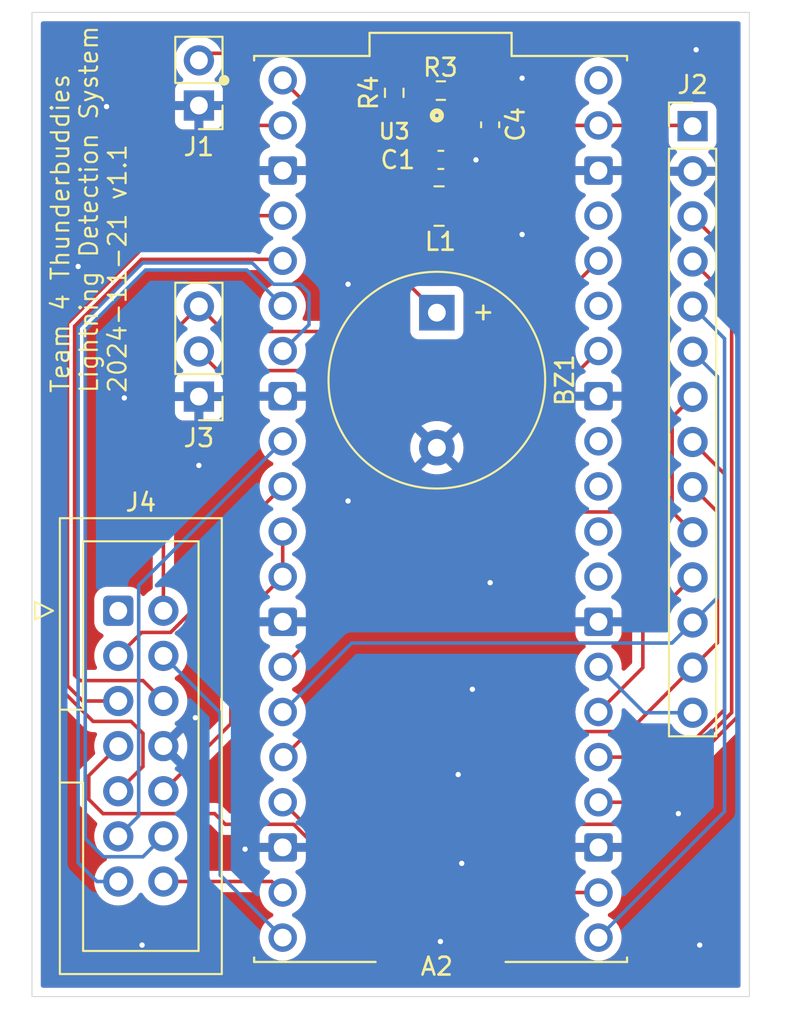
<source format=kicad_pcb>
(kicad_pcb (version 20240108) (generator "pcbnew") (generator_version "8.0")
  (layers (0 "F.Cu" signal) (31 "B.Cu" signal) (34 "B.Paste" user) (35 "F.Paste" user) (36 "B.SilkS" user "B.Silkscreen") (37 "F.SilkS" user "F.Silkscreen") (38 "B.Mask" user) (39 "F.Mask" user) (44 "Edge.Cuts" user))
  (net 0 "")
  (net 1 "/SLE")
  (net 2 "/SDATA")
  (net 3 "/ADF_ADCINP")
  (net 4 "/DATA_CLK")
  (net 5 "/ADC_IN")
  (net 6 "GND")
  (net 7 "/DATA I{slash}O")
  (net 8 "/INT{slash}LOCK")
  (net 9 "/CE_70XX")
  (net 10 "+5V")
  (net 11 "/SCLK")
  (net 12 "/MUXOUT")
  (net 13 "/CLKOUT")
  (net 14 "/SREAD")
  (net 15 "Net-(A2-GP0)")
  (net 16 "+BATT")
  (net 17 "Net-(U3-SW)")
  (net 18 "Net-(U3-FB)")
  (net 19 "+3V3")
  (net 21 "/TFT_SDI")
  (net 22 "/TFT_LED")
  (net 23 "/TFT_TOUCH_CS")
  (net 24 "/TFT_SCK")
  (net 26 "/TFT_SDO")
  (net 30 "/TFT_RST")
  (net 32 "/TFT_DC")
  (net 35 "/TFT_CS")
  (net 36 "/TFT_IRQ")
  (footprint "Connector_PinHeader_2.54mm:PinHeader_1x02_P2.54mm_Vertical" (layer "F.Cu") (at 122 51.14 180)
    (property "Reference" "J1" (at 0 -2.33 360) (layer "F.SilkS"))
    (property "Value" "PWR")
    (fp_line (start 1.33 1.27) (end 1.33 3.87) (stroke (width 0.12)) (layer "F.SilkS"))
    (fp_line (start -1.33 3.87) (end 1.33 3.87) (stroke (width 0.12)) (layer "F.SilkS"))
    (fp_line (start -1.33 1.27) (end 1.33 1.27) (stroke (width 0.12)) (layer "F.SilkS"))
    (fp_line (start -1.33 1.27) (end -1.33 3.87) (stroke (width 0.12)) (layer "F.SilkS"))
    (fp_line (start -1.33 0) (end -1.33 -1.33) (stroke (width 0.12)) (layer "F.SilkS"))
    (fp_line (start -1.33 -1.33) (end 0 -1.33) (stroke (width 0.12)) (layer "F.SilkS"))
    (pad "1" thru_hole rect (at 0 0 180) (size 1.7 1.7) (drill 1) (layers "*.Cu" "*.Mask") (net 6 "GND"))
    (pad "2" thru_hole oval (at 0 2.54 180) (size 1.7 1.7) (drill 1) (layers "*.Cu" "*.Mask") (net 16 "+BATT"))
  )
  (footprint "Connector_PinHeader_2.54mm:PinHeader_1x14_P2.54mm_Vertical" (layer "F.Cu") (at 149.8 52.3)
    (property "Reference" "J2" (at 0 -2.33 0) (layer "F.SilkS"))
    (property "Value" "TFT LCD Display")
    (fp_line (start -1.33 -1.33) (end 0 -1.33) (stroke (width 0.12)) (layer "F.SilkS"))
    (fp_line (start -1.33 0) (end -1.33 -1.33) (stroke (width 0.12)) (layer "F.SilkS"))
    (fp_line (start -1.33 1.27) (end -1.33 34.35) (stroke (width 0.12)) (layer "F.SilkS"))
    (fp_line (start -1.33 1.27) (end 1.33 1.27) (stroke (width 0.12)) (layer "F.SilkS"))
    (fp_line (start -1.33 34.35) (end 1.33 34.35) (stroke (width 0.12)) (layer "F.SilkS"))
    (fp_line (start 1.33 1.27) (end 1.33 34.35) (stroke (width 0.12)) (layer "F.SilkS"))
    (pad "1" thru_hole rect (at 0 0) (size 1.7 1.7) (drill 1) (layers "*.Cu" "*.Mask") (net 10 "+5V"))
    (pad "2" thru_hole oval (at 0 2.54) (size 1.7 1.7) (drill 1) (layers "*.Cu" "*.Mask") (net 6 "GND"))
    (pad "3" thru_hole oval (at 0 5.08) (size 1.7 1.7) (drill 1) (layers "*.Cu" "*.Mask") (net 35 "/TFT_CS"))
    (pad "4" thru_hole oval (at 0 7.62) (size 1.7 1.7) (drill 1) (layers "*.Cu" "*.Mask") (net 30 "/TFT_RST"))
    (pad "5" thru_hole oval (at 0 10.16) (size 1.7 1.7) (drill 1) (layers "*.Cu" "*.Mask") (net 32 "/TFT_DC"))
    (pad "6" thru_hole oval (at 0 12.7) (size 1.7 1.7) (drill 1) (layers "*.Cu" "*.Mask") (net 21 "/TFT_SDI"))
    (pad "7" thru_hole oval (at 0 15.24) (size 1.7 1.7) (drill 1) (layers "*.Cu" "*.Mask") (net 24 "/TFT_SCK"))
    (pad "8" thru_hole oval (at 0 17.78) (size 1.7 1.7) (drill 1) (layers "*.Cu" "*.Mask") (net 22 "/TFT_LED"))
    (pad "9" thru_hole oval (at 0 20.32) (size 1.7 1.7) (drill 1) (layers "*.Cu" "*.Mask") (net 26 "/TFT_SDO"))
    (pad "10" thru_hole oval (at 0 22.86) (size 1.7 1.7) (drill 1) (layers "*.Cu" "*.Mask") (net 24 "/TFT_SCK"))
    (pad "11" thru_hole oval (at 0 25.4) (size 1.7 1.7) (drill 1) (layers "*.Cu" "*.Mask") (net 23 "/TFT_TOUCH_CS"))
    (pad "12" thru_hole oval (at 0 27.94) (size 1.7 1.7) (drill 1) (layers "*.Cu" "*.Mask") (net 21 "/TFT_SDI"))
    (pad "13" thru_hole oval (at 0 30.48) (size 1.7 1.7) (drill 1) (layers "*.Cu" "*.Mask") (net 26 "/TFT_SDO"))
    (pad "14" thru_hole oval (at 0 33.02) (size 1.7 1.7) (drill 1) (layers "*.Cu" "*.Mask") (net 36 "/TFT_IRQ"))
  )
  (footprint "Connector_PinHeader_2.54mm:PinHeader_1x03_P2.54mm_Vertical" (layer "F.Cu") (at 122 67.525 180)
    (property "Reference" "J3" (at 0 -2.33 360) (layer "F.SilkS"))
    (property "Value" "Conn_01x03")
    (fp_line (start 1.33 1.27) (end 1.33 6.41) (stroke (width 0.12)) (layer "F.SilkS"))
    (fp_line (start -1.33 6.41) (end 1.33 6.41) (stroke (width 0.12)) (layer "F.SilkS"))
    (fp_line (start -1.33 1.27) (end 1.33 1.27) (stroke (width 0.12)) (layer "F.SilkS"))
    (fp_line (start -1.33 1.27) (end -1.33 6.41) (stroke (width 0.12)) (layer "F.SilkS"))
    (fp_line (start -1.33 0) (end -1.33 -1.33) (stroke (width 0.12)) (layer "F.SilkS"))
    (fp_line (start -1.33 -1.33) (end 0 -1.33) (stroke (width 0.12)) (layer "F.SilkS"))
    (pad "1" thru_hole rect (at 0 0 180) (size 1.7 1.7) (drill 1) (layers "*.Cu" "*.Mask") (net 6 "GND"))
    (pad "2" thru_hole oval (at 0 2.54 180) (size 1.7 1.7) (drill 1) (layers "*.Cu" "*.Mask") (net 5 "/ADC_IN"))
    (pad "3" thru_hole oval (at 0 5.08 180) (size 1.7 1.7) (drill 1) (layers "*.Cu" "*.Mask") (net 19 "+3V3"))
  )
  (footprint "Connector_IDC:IDC-Header_2x07_P2.54mm_Vertical" (layer "F.Cu") (at 117.46 79.58)
    (property "Reference" "J4" (at 1.27 -6.1 360) (layer "F.SilkS"))
    (property "Value" "ADF7020 Breakout")
    (fp_line (start -4.68 -0.5) (end -4.68 0.5) (stroke (width 0.12)) (layer "F.SilkS"))
    (fp_line (start -4.68 0.5) (end -3.68 0) (stroke (width 0.12)) (layer "F.SilkS"))
    (fp_line (start -3.68 0) (end -4.68 -0.5) (stroke (width 0.12)) (layer "F.SilkS"))
    (fp_line (start -3.29 -5.21) (end 5.83 -5.21) (stroke (width 0.12)) (layer "F.SilkS"))
    (fp_line (start -3.29 5.57) (end -1.98 5.57) (stroke (width 0.12)) (layer "F.SilkS"))
    (fp_line (start -3.29 20.45) (end -3.29 -5.21) (stroke (width 0.12)) (layer "F.SilkS"))
    (fp_line (start -1.98 -3.91) (end 4.52 -3.91) (stroke (width 0.12)) (layer "F.SilkS"))
    (fp_line (start -1.98 5.57) (end -1.98 -3.91) (stroke (width 0.12)) (layer "F.SilkS"))
    (fp_line (start -1.98 9.67) (end -3.29 9.67) (stroke (width 0.12)) (layer "F.SilkS"))
    (fp_line (start -1.98 9.67) (end -1.98 9.67) (stroke (width 0.12)) (layer "F.SilkS"))
    (fp_line (start -1.98 19.15) (end -1.98 9.67) (stroke (width 0.12)) (layer "F.SilkS"))
    (fp_line (start 4.52 -3.91) (end 4.52 19.15) (stroke (width 0.12)) (layer "F.SilkS"))
    (fp_line (start 4.52 19.15) (end -1.98 19.15) (stroke (width 0.12)) (layer "F.SilkS"))
    (fp_line (start 5.83 -5.21) (end 5.83 20.45) (stroke (width 0.12)) (layer "F.SilkS"))
    (fp_line (start 5.83 20.45) (end -3.29 20.45) (stroke (width 0.12)) (layer "F.SilkS"))
    (pad "1" thru_hole roundrect (at 0 0) (size 1.7 1.7) (drill 1) (layers "*.Cu" "*.Mask") (roundrect_rratio 0.147059))
    (pad "2" thru_hole circle (at 2.54 0) (size 1.7 1.7) (drill 1) (layers "*.Cu" "*.Mask") (net 19 "+3V3"))
    (pad "3" thru_hole circle (at 0 2.54) (size 1.7 1.7) (drill 1) (layers "*.Cu" "*.Mask") (net 4 "/DATA_CLK"))
    (pad "4" thru_hole circle (at 2.54 2.54) (size 1.7 1.7) (drill 1) (layers "*.Cu" "*.Mask") (net 8 "/INT{slash}LOCK"))
    (pad "5" thru_hole circle (at 0 5.08) (size 1.7 1.7) (drill 1) (layers "*.Cu" "*.Mask") (net 11 "/SCLK"))
    (pad "6" thru_hole circle (at 2.54 5.08) (size 1.7 1.7) (drill 1) (layers "*.Cu" "*.Mask") (net 2 "/SDATA"))
    (pad "7" thru_hole circle (at 0 7.62) (size 1.7 1.7) (drill 1) (layers "*.Cu" "*.Mask") (net 12 "/MUXOUT"))
    (pad "8" thru_hole circle (at 2.54 7.62) (size 1.7 1.7) (drill 1) (layers "*.Cu" "*.Mask") (net 6 "GND"))
    (pad "9" thru_hole circle (at 0 10.16) (size 1.7 1.7) (drill 1) (layers "*.Cu" "*.Mask") (net 13 "/CLKOUT"))
    (pad "10" thru_hole circle (at 2.54 10.16) (size 1.7 1.7) (drill 1) (layers "*.Cu" "*.Mask") (net 7 "/DATA I{slash}O"))
    (pad "11" thru_hole circle (at 0 12.7) (size 1.7 1.7) (drill 1) (layers "*.Cu" "*.Mask") (net 3 "/ADF_ADCINP"))
    (pad "12" thru_hole circle (at 2.54 12.7) (size 1.7 1.7) (drill 1) (layers "*.Cu" "*.Mask") (net 14 "/SREAD"))
    (pad "13" thru_hole circle (at 0 15.24) (size 1.7 1.7) (drill 1) (layers "*.Cu" "*.Mask") (net 1 "/SLE"))
    (pad "14" thru_hole circle (at 2.54 15.24) (size 1.7 1.7) (drill 1) (layers "*.Cu" "*.Mask") (net 9 "/CE_70XX"))
  )
  (footprint "Resistor_SMD:R_0603_1608Metric" (layer "F.Cu") (at 133 50.425 90)
    (property "Reference" "R4" (at 0 -1.43 90) (layer "F.SilkS"))
    (property "Value" "100k")
    (fp_line (start -0.237258 -0.5225) (end 0.237258 -0.5225) (stroke (width 0.12)) (layer "F.SilkS"))
    (fp_line (start -0.237258 0.5225) (end 0.237258 0.5225) (stroke (width 0.12)) (layer "F.SilkS"))
    (pad "1" smd roundrect (at -0.825 0 90) (size 0.8 0.95) (layers "F.Cu" "F.Paste" "F.Mask") (net 18 "Net-(U3-FB)"))
    (pad "2" smd roundrect (at 0.825 0 90) (size 0.8 0.95) (layers "F.Cu" "F.Paste" "F.Mask") (net 6 "GND"))
  )
  (footprint "Capacitor_SMD:C_0603_1608Metric" (layer "F.Cu") (at 135.625 54.2)
    (property "Reference" "C1" (at -2.425 0 360) (layer "F.SilkS"))
    (property "Value" "10u")
    (fp_line (start -0.14058 -0.51) (end 0.14058 -0.51) (stroke (width 0.12)) (layer "F.SilkS"))
    (fp_line (start -0.14058 0.51) (end 0.14058 0.51) (stroke (width 0.12)) (layer "F.SilkS"))
    (pad "1" smd roundrect (at -0.775 0) (size 0.9 0.95) (layers "F.Cu" "F.Paste" "F.Mask") (net 16 "+BATT"))
    (pad "2" smd roundrect (at 0.775 0) (size 0.9 0.95) (layers "F.Cu" "F.Paste" "F.Mask") (net 6 "GND"))
  )
  (footprint "PicoW:MODULE_SC0918" (layer "F.Cu") (at 135.61 73.85)
    (property "Reference" "A2" (at -0.21 25.75 0) (layer "F.SilkS"))
    (property "Value" "SC0918")
    (fp_line (start -10.5 -25.5) (end -4 -25.5) (stroke (width 0.127)) (layer "F.SilkS"))
    (fp_line (start -10.5 -25.25) (end -10.5 -25.5) (stroke (width 0.127)) (layer "F.SilkS"))
    (fp_line (start -10.5 25.5) (end -10.5 25.25) (stroke (width 0.127)) (layer "F.SilkS"))
    (fp_line (start -4 -26.8) (end 4 -26.8) (stroke (width 0.127)) (layer "F.SilkS"))
    (fp_line (start -4 -25.5) (end -4 -26.8) (stroke (width 0.127)) (layer "F.SilkS"))
    (fp_line (start -3.66 25.5) (end -10.5 25.5) (stroke (width 0.127)) (layer "F.SilkS"))
    (fp_line (start 4 -26.8) (end 4 -25.5) (stroke (width 0.127)) (layer "F.SilkS"))
    (fp_line (start 4 -25.5) (end 10.5 -25.5) (stroke (width 0.127)) (layer "F.SilkS"))
    (fp_line (start 10.5 -25.5) (end 10.5 -25.25) (stroke (width 0.127)) (layer "F.SilkS"))
    (fp_line (start 10.5 25.5) (end 3.66 25.5) (stroke (width 0.127)) (layer "F.SilkS"))
    (fp_line (start 10.5 25.5) (end 10.5 25.25) (stroke (width 0.127)) (layer "F.SilkS"))
    (fp_circle (center -12.19 -24.13) (end -11.99 -24.13) (stroke (width 0.2)) (fill solid) (layer "F.SilkS"))
    (pad "1" thru_hole circle (at -8.89 -24.13) (size 1.6 1.6) (drill 1) (layers "*.Cu" "*.Mask") (net 15 "Net-(A2-GP0)"))
    (pad "2" thru_hole circle (at -8.89 -21.59) (size 1.6 1.6) (drill 1) (layers "*.Cu" "*.Mask") (net 13 "/CLKOUT"))
    (pad "3" thru_hole roundrect (at -8.89 -19.05) (size 1.6 1.6) (drill 1) (layers "*.Cu" "*.Mask") (roundrect_rratio 0.125) (net 6 "GND"))
    (pad "4" thru_hole circle (at -8.89 -16.51) (size 1.6 1.6) (drill 1) (layers "*.Cu" "*.Mask") (net 11 "/SCLK"))
    (pad "5" thru_hole circle (at -8.89 -13.97) (size 1.6 1.6) (drill 1) (layers "*.Cu" "*.Mask") (net 2 "/SDATA"))
    (pad "6" thru_hole circle (at -8.89 -11.43) (size 1.6 1.6) (drill 1) (layers "*.Cu" "*.Mask") (net 14 "/SREAD"))
    (pad "7" thru_hole circle (at -8.89 -8.89) (size 1.6 1.6) (drill 1) (layers "*.Cu" "*.Mask") (net 1 "/SLE"))
    (pad "8" thru_hole roundrect (at -8.89 -6.35) (size 1.6 1.6) (drill 1) (layers "*.Cu" "*.Mask") (roundrect_rratio 0.125) (net 6 "GND"))
    (pad "9" thru_hole circle (at -8.89 -3.81) (size 1.6 1.6) (drill 1) (layers "*.Cu" "*.Mask") (net 3 "/ADF_ADCINP"))
    (pad "10" thru_hole circle (at -8.89 -1.27) (size 1.6 1.6) (drill 1) (layers "*.Cu" "*.Mask") (net 4 "/DATA_CLK"))
    (pad "11" thru_hole circle (at -8.89 1.27) (size 1.6 1.6) (drill 1) (layers "*.Cu" "*.Mask") (net 7 "/DATA I{slash}O"))
    (pad "12" thru_hole circle (at -8.89 3.81) (size 1.6 1.6) (drill 1) (layers "*.Cu" "*.Mask") (net 7 "/DATA I{slash}O"))
    (pad "13" thru_hole roundrect (at -8.89 6.35) (size 1.6 1.6) (drill 1) (layers "*.Cu" "*.Mask") (roundrect_rratio 0.125) (net 6 "GND"))
    (pad "14" thru_hole circle (at -8.89 8.89) (size 1.6 1.6) (drill 1) (layers "*.Cu" "*.Mask") (net 24 "/TFT_SCK"))
    (pad "15" thru_hole circle (at -8.89 11.43) (size 1.6 1.6) (drill 1) (layers "*.Cu" "*.Mask") (net 21 "/TFT_SDI"))
    (pad "16" thru_hole circle (at -8.848119 13.97) (size 1.6 1.6) (drill 1) (layers "*.Cu" "*.Mask") (net 26 "/TFT_SDO"))
    (pad "17" thru_hole circle (at -8.89 16.51) (size 1.6 1.6) (drill 1) (layers "*.Cu" "*.Mask") (net 35 "/TFT_CS"))
    (pad "18" thru_hole roundrect (at -8.89 19.05) (size 1.6 1.6) (drill 1) (layers "*.Cu" "*.Mask") (roundrect_rratio 0.125) (net 6 "GND"))
    (pad "19" thru_hole circle (at -8.89 21.59) (size 1.6 1.6) (drill 1) (layers "*.Cu" "*.Mask") (net 9 "/CE_70XX"))
    (pad "20" thru_hole circle (at -8.89 24.13) (size 1.6 1.6) (drill 1) (layers "*.Cu" "*.Mask") (net 8 "/INT{slash}LOCK"))
    (pad "21" thru_hole circle (at 8.89 24.13) (size 1.6 1.6) (drill 1) (layers "*.Cu" "*.Mask") (net 32 "/TFT_DC"))
    (pad "22" thru_hole circle (at 8.89 21.59) (size 1.6 1.6) (drill 1) (layers "*.Cu" "*.Mask") (net 12 "/MUXOUT"))
    (pad "23" thru_hole roundrect (at 8.89 19.05) (size 1.6 1.6) (drill 1) (layers "*.Cu" "*.Mask") (roundrect_rratio 0.125) (net 6 "GND"))
    (pad "24" thru_hole circle (at 8.89 16.51) (size 1.6 1.6) (drill 1) (layers "*.Cu" "*.Mask") (net 30 "/TFT_RST"))
    (pad "25" thru_hole circle (at 8.89 13.97) (size 1.6 1.6) (drill 1) (layers "*.Cu" "*.Mask") (net 22 "/TFT_LED"))
    (pad "26" thru_hole circle (at 8.89 11.43) (size 1.6 1.6) (drill 1) (layers "*.Cu" "*.Mask") (net 23 "/TFT_TOUCH_CS"))
    (pad "27" thru_hole circle (at 8.89 8.89) (size 1.6 1.6) (drill 1) (layers "*.Cu" "*.Mask") (net 36 "/TFT_IRQ"))
    (pad "28" thru_hole roundrect (at 8.89 6.35) (size 1.6 1.6) (drill 1) (layers "*.Cu" "*.Mask") (roundrect_rratio 0.125) (net 6 "GND"))
    (pad "29" thru_hole circle (at 8.89 3.81) (size 1.6 1.6) (drill 1) (layers "*.Cu" "*.Mask"))
    (pad "30" thru_hole circle (at 8.89 1.27) (size 1.6 1.6) (drill 1) (layers "*.Cu" "*.Mask"))
    (pad "31" thru_hole circle (at 8.89 -1.27) (size 1.6 1.6) (drill 1) (layers "*.Cu" "*.Mask"))
    (pad "32" thru_hole circle (at 8.89 -3.81) (size 1.6 1.6) (drill 1) (layers "*.Cu" "*.Mask"))
    (pad "33" thru_hole roundrect (at 8.89 -6.35) (size 1.6 1.6) (drill 1) (layers "*.Cu" "*.Mask") (roundrect_rratio 0.125) (net 6 "GND"))
    (pad "34" thru_hole circle (at 8.89 -8.89) (size 1.6 1.6) (drill 1) (layers "*.Cu" "*.Mask") (net 5 "/ADC_IN"))
    (pad "35" thru_hole circle (at 8.89 -11.43) (size 1.6 1.6) (drill 1) (layers "*.Cu" "*.Mask"))
    (pad "36" thru_hole circle (at 8.89 -13.97) (size 1.6 1.6) (drill 1) (layers "*.Cu" "*.Mask") (net 19 "+3V3"))
    (pad "37" thru_hole circle (at 8.89 -16.51) (size 1.6 1.6) (drill 1) (layers "*.Cu" "*.Mask"))
    (pad "38" thru_hole roundrect (at 8.89 -19.05) (size 1.6 1.6) (drill 1) (layers "*.Cu" "*.Mask") (roundrect_rratio 0.125) (net 6 "GND"))
    (pad "39" thru_hole circle (at 8.89 -21.59) (size 1.6 1.6) (drill 1) (layers "*.Cu" "*.Mask") (net 10 "+5V"))
    (pad "40" thru_hole circle (at 8.89 -24.13) (size 1.6 1.6) (drill 1) (layers "*.Cu" "*.Mask"))
  )
  (footprint "Resistor_SMD:R_0603_1608Metric" (layer "F.Cu") (at 135.625 50.3 180)
    (property "Reference" "R3" (at 0.025 1.3 360) (layer "F.SilkS"))
    (property "Value" "768k")
    (fp_line (start -0.237258 0.5225) (end 0.237258 0.5225) (stroke (width 0.12)) (layer "F.SilkS"))
    (fp_line (start -0.237258 -0.5225) (end 0.237258 -0.5225) (stroke (width 0.12)) (layer "F.SilkS"))
    (pad "1" smd roundrect (at -0.825 0 180) (size 0.8 0.95) (layers "F.Cu" "F.Paste" "F.Mask") (net 10 "+5V"))
    (pad "2" smd roundrect (at 0.825 0 180) (size 0.8 0.95) (layers "F.Cu" "F.Paste" "F.Mask") (net 18 "Net-(U3-FB)"))
  )
  (footprint "Buzzer_Beeper:Buzzer_12x9.5RM7.6" (layer "F.Cu") (at 135.4 62.8 -90)
    (property "Reference" "BZ1" (at 3.8 -7.2 90) (layer "F.SilkS"))
    (property "Value" "Buzzer")
    (fp_circle (center 3.8 0) (end 9.9 0) (stroke (width 0.12)) (fill none) (layer "F.SilkS"))
    (fp_text user "+" (at -0.01 -2.54 90) (layer "F.SilkS"))
    (pad "1" thru_hole rect (at 0 0 270) (size 2 2) (drill 1) (layers "*.Cu" "*.Mask") (net 15 "Net-(A2-GP0)"))
    (pad "2" thru_hole circle (at 7.6 0 270) (size 2 2) (drill 1) (layers "*.Cu" "*.Mask") (net 6 "GND"))
  )
  (footprint "Inductor_SMD:L_1008_2520Metric" (layer "F.Cu") (at 135.525 56.8)
    (property "Reference" "L1" (at 0.075 2 360) (layer "F.SilkS"))
    (property "Value" "1u")
    (fp_line (start -0.261252 -1.11) (end 0.261252 -1.11) (stroke (width 0.12)) (layer "F.SilkS"))
    (fp_line (start -0.261252 1.11) (end 0.261252 1.11) (stroke (width 0.12)) (layer "F.SilkS"))
    (pad "1" smd roundrect (at -1.075 0) (size 1.25 2.2) (layers "F.Cu" "F.Paste" "F.Mask") (roundrect_rratio 0.2) (net 16 "+BATT"))
    (pad "2" smd roundrect (at 1.075 0) (size 1.25 2.2) (layers "F.Cu" "F.Paste" "F.Mask") (roundrect_rratio 0.2) (net 17 "Net-(U3-SW)"))
  )
  (footprint "Capacitor_SMD:C_0603_1608Metric" (layer "F.Cu") (at 138.4 52.225 -90)
    (property "Reference" "C4" (at -0.025 -1.43 -90) (layer "F.SilkS"))
    (property "Value" "10u")
    (fp_line (start -0.14058 0.51) (end 0.14058 0.51) (stroke (width 0.12)) (layer "F.SilkS"))
    (fp_line (start -0.14058 -0.51) (end 0.14058 -0.51) (stroke (width 0.12)) (layer "F.SilkS"))
    (pad "1" smd roundrect (at -0.775 0 270) (size 0.9 0.95) (layers "F.Cu" "F.Paste" "F.Mask") (net 10 "+5V"))
    (pad "2" smd roundrect (at 0.775 0 270) (size 0.9 0.95) (layers "F.Cu" "F.Paste" "F.Mask") (net 6 "GND"))
  )
  (footprint "ThunderBuddies_Lib:SOT563-ORI" (layer "F.Cu") (at 135.6 52.3 -90)
    (property "Reference" "U3" (at 0.3 2.6 180) (layer "F.SilkS") (effects (font (size 0.866142 0.866142))))
    (property "Value" "TPS61023DRLR")
    (fp_circle (center -0.6 0.2) (end -0.5 0.2) (stroke (width 0.3)) (fill none) (layer "F.SilkS"))
    (pad "1" smd rect (at -0.5 0.75 270) (size 0.3 0.7) (layers "F.Cu" "F.Paste" "F.Mask") (net 18 "Net-(U3-FB)"))
    (pad "2" smd rect (at 0 0.75 270) (size 0.3 0.7) (layers "F.Cu" "F.Paste" "F.Mask") (net 16 "+BATT"))
    (pad "3" smd rect (at 0.5 0.75 270) (size 0.3 0.7) (layers "F.Cu" "F.Paste" "F.Mask") (net 16 "+BATT"))
    (pad "4" smd rect (at 0.5 -0.75 270) (size 0.3 0.7) (layers "F.Cu" "F.Paste" "F.Mask") (net 6 "GND"))
    (pad "5" smd rect (at 0 -0.75 270) (size 0.3 0.7) (layers "F.Cu" "F.Paste" "F.Mask") (net 17 "Net-(U3-SW)"))
    (pad "6" smd rect (at -0.5 -0.75 270) (size 0.3 0.7) (layers "F.Cu" "F.Paste" "F.Mask") (net 10 "+5V"))
  )
  (gr_rect (start 112.6 45.9) (end 153 101.3) (stroke (width 0.05)) (fill none) (layer "Edge.Cuts"))
  (gr_text "Team 4 Thunderbuddies\nLightning Detection System \n2024-11-21 v1.1\n" (at 118 67.4 90) (layer "F.SilkS") (effects (font (size 1 1) (thickness 0.125)) (justify left bottom)))
  (segment (start 128.2 61.7) (end 128.2 63.48) (width 0.2) (layer "B.Cu") (net 1))
  (segment (start 126.2 61.2) (end 127.7 61.2) (width 0.2) (layer "B.Cu") (net 1))
  (segment (start 115.2 93.762081) (end 115.2 63.634314) (width 0.2) (layer "B.Cu") (net 1))
  (segment (start 118.834314 60) (end 125 60) (width 0.2) (layer "B.Cu") (net 1))
  (segment (start 117.46 94.82) (end 116.257919 94.82) (width 0.2) (layer "B.Cu") (net 1))
  (segment (start 116.257919 94.82) (end 115.2 93.762081) (width 0.2) (layer "B.Cu") (net 1))
  (segment (start 127.7 61.2) (end 128.2 61.7) (width 0.2) (layer "B.Cu") (net 1))
  (segment (start 125 60) (end 126.2 61.2) (width 0.2) (layer "B.Cu") (net 1))
  (segment (start 115.2 63.634314) (end 118.834314 60) (width 0.2) (layer "B.Cu") (net 1))
  (segment (start 128.2 63.48) (end 126.72 64.96) (width 0.2) (layer "B.Cu") (net 1))
  (segment (start 115.31 83.51) (end 118.85 83.51) (width 0.2) (layer "F.Cu") (net 2))
  (segment (start 118.765686 59.8) (end 115 63.565686) (width 0.2) (layer "F.Cu") (net 2))
  (segment (start 126.64 59.8) (end 118.765686 59.8) (width 0.2) (layer "F.Cu") (net 2))
  (segment (start 115 83.2) (end 115.31 83.51) (width 0.2) (layer "F.Cu") (net 2))
  (segment (start 115 63.565686) (end 115 83.2) (width 0.2) (layer "F.Cu") (net 2))
  (segment (start 118.85 83.51) (end 120 84.66) (width 0.2) (layer "F.Cu") (net 2))
  (segment (start 126.72 59.88) (end 126.64 59.8) (width 0.2) (layer "F.Cu") (net 2))
  (segment (start 118.61 91.13) (end 118.61 78.15) (width 0.2) (layer "B.Cu") (net 3))
  (segment (start 118.61 78.15) (end 126.72 70.04) (width 0.2) (layer "B.Cu") (net 3))
  (segment (start 117.46 92.28) (end 118.61 91.13) (width 0.2) (layer "B.Cu") (net 3))
  (segment (start 123.6 77.606346) (end 123.6 75.7) (width 0.2) (layer "F.Cu") (net 4))
  (segment (start 118.78 80.8) (end 120.406346 80.8) (width 0.2) (layer "F.Cu") (net 4))
  (segment (start 120.406346 80.8) (end 123.6 77.606346) (width 0.2) (layer "F.Cu") (net 4))
  (segment (start 117.46 82.12) (end 118.78 80.8) (width 0.2) (layer "F.Cu") (net 4))
  (segment (start 123.6 75.7) (end 126.72 72.58) (width 0.2) (layer "F.Cu") (net 4))
  (segment (start 123.075 66.06) (end 143.4 66.06) (width 0.2) (layer "F.Cu") (net 5))
  (segment (start 143.4 66.06) (end 144.5 64.96) (width 0.2) (layer "F.Cu") (net 5))
  (segment (start 122 64.985) (end 123.075 66.06) (width 0.2) (layer "F.Cu") (net 5))
  (segment (start 126.695 67.525) (end 126.72 67.5) (width 0.2) (layer "F.Cu") (net 6))
  (segment (start 149.8 54.84) (end 144.54 54.84) (width 0.2) (layer "F.Cu") (net 6))
  (segment (start 136.35 52.8) (end 136.35 54.15) (width 0.2) (layer "F.Cu") (net 6))
  (segment (start 144.54 54.84) (end 144.5 54.8) (width 0.2) (layer "F.Cu") (net 6))
  (segment (start 136.35 54.15) (end 136.4 54.2) (width 0.2) (layer "F.Cu") (net 6))
  (segment (start 138.2 52.8) (end 138.4 53) (width 0.2) (layer "F.Cu") (net 6))
  (segment (start 136.35 52.8) (end 138.2 52.8) (width 0.2) (layer "F.Cu") (net 6))
  (segment (start 122 67.525) (end 126.695 67.525) (width 0.2) (layer "F.Cu") (net 6))
  (via (at 138.4 78) (size 0.6) (drill 0.3) (layers "F.Cu" "B.Cu") (net 6))
  (via (at 140.2 49.6) (size 0.6) (drill 0.3) (layers "F.Cu" "B.Cu") (net 6))
  (via (at 136.6 88.8) (size 0.6) (drill 0.3) (layers "F.Cu" "B.Cu") (net 6))
  (via (at 122 71.4) (size 0.6) (drill 0.3) (layers "F.Cu" "B.Cu") (net 6))
  (via (at 150.2 98.4) (size 0.6) (drill 0.3) (layers "F.Cu" "B.Cu") (net 6))
  (via (at 140.2 58.4) (size 0.6) (drill 0.3) (layers "F.Cu" "B.Cu") (net 6))
  (via (at 115.2 60.2) (size 0.6) (drill 0.3) (layers "F.Cu" "B.Cu") (net 6))
  (via (at 116.8 51.2) (size 0.6) (drill 0.3) (layers "F.Cu" "B.Cu") (net 6))
  (via (at 118.8 98.4) (size 0.6) (drill 0.3) (layers "F.Cu" "B.Cu") (net 6))
  (via (at 137.6 54.2) (size 0.6) (drill 0.3) (layers "F.Cu" "B.Cu") (net 6))
  (via (at 117.8 67.6) (size 0.6) (drill 0.3) (layers "F.Cu" "B.Cu") (net 6))
  (via (at 130.4 73.4) (size 0.6) (drill 0.3) (layers "F.Cu" "B.Cu") (net 6))
  (via (at 130.4 61.2) (size 0.6) (drill 0.3) (layers "F.Cu" "B.Cu") (net 6))
  (via (at 149 91) (size 0.6) (drill 0.3) (layers "F.Cu" "B.Cu") (net 6))
  (via (at 137.4 84) (size 0.6) (drill 0.3) (layers "F.Cu" "B.Cu") (net 6))
  (via (at 136.8 93.8) (size 0.6) (drill 0.3) (layers "F.Cu" "B.Cu") (net 6))
  (via (at 124.6 93) (size 0.6) (drill 0.3) (layers "F.Cu" "B.Cu") (net 6))
  (via (at 150 48) (size 0.6) (drill 0.3) (layers "F.Cu" "B.Cu") (net 6))
  (via (at 135.6 98.2) (size 0.6) (drill 0.3) (layers "F.Cu" "B.Cu") (net 6))
  (via (at 121.8 85.6) (size 0.6) (drill 0.3) (layers "F.Cu" "B.Cu") (net 6))
  (segment (start 123.8 85.94) (end 123.8 80.58) (width 0.2) (layer "F.Cu") (net 7))
  (segment (start 126.72 75.12) (end 126.72 77.66) (width 0.2) (layer "F.Cu") (net 7))
  (segment (start 123.8 80.58) (end 126.72 77.66) (width 0.2) (layer "F.Cu") (net 7))
  (segment (start 120 89.74) (end 123.8 85.94) (width 0.2) (layer "F.Cu") (net 7))
  (segment (start 123.2 94.46) (end 126.72 97.98) (width 0.2) (layer "B.Cu") (net 8))
  (segment (start 120 82.12) (end 123.2 85.32) (width 0.2) (layer "B.Cu") (net 8))
  (segment (start 123.2 85.32) (end 123.2 94.46) (width 0.2) (layer "B.Cu") (net 8))
  (segment (start 126.1 94.82) (end 126.72 95.44) (width 0.2) (layer "F.Cu") (net 9))
  (segment (start 120 94.82) (end 126.1 94.82) (width 0.2) (layer "F.Cu") (net 9))
  (segment (start 136.45 51.7) (end 136.35 51.8) (width 0.2) (layer "F.Cu") (net 10))
  (segment (start 140.66 52.26) (end 144.5 52.26) (width 0.2) (layer "F.Cu") (net 10))
  (segment (start 136.45 50.3) (end 136.45 51.7) (width 0.2) (layer "F.Cu") (net 10))
  (segment (start 144.5 52.26) (end 149.76 52.26) (width 0.2) (layer "F.Cu") (net 10))
  (segment (start 138.05 51.8) (end 138.4 51.45) (width 0.2) (layer "F.Cu") (net 10))
  (segment (start 138.4 51.45) (end 139.85 51.45) (width 0.2) (layer "F.Cu") (net 10))
  (segment (start 139.85 51.45) (end 140.66 52.26) (width 0.2) (layer "F.Cu") (net 10))
  (segment (start 149.76 52.26) (end 149.8 52.3) (width 0.2) (layer "F.Cu") (net 10))
  (segment (start 136.35 51.8) (end 138.05 51.8) (width 0.2) (layer "F.Cu") (net 10))
  (segment (start 120.66 57.34) (end 114.6 63.4) (width 0.2) (layer "F.Cu") (net 11))
  (segment (start 114.6 63.4) (end 114.6 83.8) (width 0.2) (layer "F.Cu") (net 11))
  (segment (start 114.6 83.8) (end 115.46 84.66) (width 0.2) (layer "F.Cu") (net 11))
  (segment (start 115.46 84.66) (end 117.46 84.66) (width 0.2) (layer "F.Cu") (net 11))
  (segment (start 126.72 57.34) (end 120.66 57.34) (width 0.2) (layer "F.Cu") (net 11))
  (segment (start 127.332648 91.6) (end 123.486346 91.6) (width 0.2) (layer "F.Cu") (net 12))
  (segment (start 115.8 88.86) (end 117.46 87.2) (width 0.2) (layer "F.Cu") (net 12))
  (segment (start 115.8 90.2) (end 115.8 88.86) (width 0.2) (layer "F.Cu") (net 12))
  (segment (start 116.6 91) (end 115.8 90.2) (width 0.2) (layer "F.Cu") (net 12))
  (segment (start 131.172648 95.44) (end 127.332648 91.6) (width 0.2) (layer "F.Cu") (net 12))
  (segment (start 123.486346 91.6) (end 122.886346 91) (width 0.2) (layer "F.Cu") (net 12))
  (segment (start 144.5 95.44) (end 131.172648 95.44) (width 0.2) (layer "F.Cu") (net 12))
  (segment (start 122.886346 91) (end 116.6 91) (width 0.2) (layer "F.Cu") (net 12))
  (segment (start 114.2 83.965686) (end 114.2 63.234314) (width 0.2) (layer "F.Cu") (net 13))
  (segment (start 118.85 86.483654) (end 118.176346 85.81) (width 0.2) (layer "F.Cu") (net 13))
  (segment (start 118.176346 85.81) (end 116.044314 85.81) (width 0.2) (layer "F.Cu") (net 13))
  (segment (start 118.85 88.35) (end 118.85 86.483654) (width 0.2) (layer "F.Cu") (net 13))
  (segment (start 116.044314 85.81) (end 114.2 83.965686) (width 0.2) (layer "F.Cu") (net 13))
  (segment (start 117.46 89.74) (end 118.85 88.35) (width 0.2) (layer "F.Cu") (net 13))
  (segment (start 114.2 63.234314) (end 125.174314 52.26) (width 0.2) (layer "F.Cu") (net 13))
  (segment (start 125.174314 52.26) (end 126.72 52.26) (width 0.2) (layer "F.Cu") (net 13))
  (segment (start 119 60.4) (end 124.7 60.4) (width 0.2) (layer "B.Cu") (net 14))
  (segment (start 115.6 63.8) (end 119 60.4) (width 0.2) (layer "B.Cu") (net 14))
  (segment (start 124.7 60.4) (end 126.72 62.42) (width 0.2) (layer "B.Cu") (net 14))
  (segment (start 118.85 93.43) (end 116.63 93.43) (width 0.2) (layer "B.Cu") (net 14))
  (segment (start 116.63 93.43) (end 115.6 92.4) (width 0.2) (layer "B.Cu") (net 14))
  (segment (start 120 92.28) (end 118.85 93.43) (width 0.2) (layer "B.Cu") (net 14))
  (segment (start 115.6 92.4) (end 115.6 63.8) (width 0.2) (layer "B.Cu") (net 14))
  (segment (start 129.2 52.2) (end 126.72 49.72) (width 0.2) (layer "F.Cu") (net 15))
  (segment (start 129.2 56.6) (end 129.2 52.2) (width 0.2) (layer "F.Cu") (net 15))
  (segment (start 135.4 62.8) (end 129.2 56.6) (width 0.2) (layer "F.Cu") (net 15))
  (segment (start 122.4 48.2) (end 122 48.6) (width 0.2) (layer "F.Cu") (net 16))
  (segment (start 134.45 55.15) (end 134.45 56.8) (width 0.2) (layer "F.Cu") (net 16))
  (segment (start 134.85 52.3) (end 131.1 52.3) (width 0.2) (layer "F.Cu") (net 16))
  (segment (start 134.85 54.75) (end 134.45 55.15) (width 0.2) (layer "F.Cu") (net 16))
  (segment (start 129.8 49.6) (end 128.4 48.2) (width 0.2) (layer "F.Cu") (net 16))
  (segment (start 129.8 51) (end 129.8 49.6) (width 0.2) (layer "F.Cu") (net 16))
  (segment (start 134.85 52.8) (end 134.85 52.3) (width 0.2) (layer "F.Cu") (net 16))
  (segment (start 134.85 54.2) (end 134.85 54.75) (width 0.2) (layer "F.Cu") (net 16))
  (segment (start 134.85 52.8) (end 134.85 54.2) (width 0.2) (layer "F.Cu") (net 16))
  (segment (start 128.4 48.2) (end 122.4 48.2) (width 0.2) (layer "F.Cu") (net 16))
  (segment (start 131.1 52.3) (end 129.8 51) (width 0.2) (layer "F.Cu") (net 16))
  (segment (start 136.35 52.3) (end 136.9 52.3) (width 0.2) (layer "F.Cu") (net 17))
  (segment (start 139.8 53.6) (end 136.6 56.8) (width 0.2) (layer "F.Cu") (net 17))
  (segment (start 139.2 52.2) (end 139.8 52.8) (width 0.2) (layer "F.Cu") (net 17))
  (segment (start 137 52.2) (end 139.2 52.2) (width 0.2) (layer "F.Cu") (net 17))
  (segment (start 139.8 52.8) (end 139.8 53.6) (width 0.2) (layer "F.Cu") (net 17))
  (segment (start 136.9 52.3) (end 137 52.2) (width 0.2) (layer "F.Cu") (net 17))
  (segment (start 134.85 51.8) (end 133.55 51.8) (width 0.2) (layer "F.Cu") (net 18))
  (segment (start 133.55 51.8) (end 133 51.25) (width 0.2) (layer "F.Cu") (net 18))
  (segment (start 134.8 50.3) (end 134.8 51.75) (width 0.2) (layer "F.Cu") (net 18))
  (segment (start 134.8 51.75) (end 134.85 51.8) (width 0.2) (layer "F.Cu") (net 18))
  (segment (start 122 62.445) (end 123.415 63.86) (width 0.2) (layer "F.Cu") (net 19))
  (segment (start 130.46 63.86) (end 131.4 64.8) (width 0.2) (layer "F.Cu") (net 19))
  (segment (start 120 79.58) (end 120 64.445) (width 0.2) (layer "F.Cu") (net 19))
  (segment (start 123.415 63.86) (end 130.46 63.86) (width 0.2) (layer "F.Cu") (net 19))
  (segment (start 120 64.445) (end 122 62.445) (width 0.2) (layer "F.Cu") (net 19))
  (segment (start 139.58 64.8) (end 144.5 59.88) (width 0.2) (layer "F.Cu") (net 19))
  (segment (start 131.4 64.8) (end 139.58 64.8) (width 0.2) (layer "F.Cu") (net 19))
  (segment (start 151.2 66.4) (end 149.8 65) (width 0.2) (layer "B.Cu") (net 21))
  (segment (start 148.64 81.4) (end 130.6 81.4) (width 0.2) (layer "B.Cu") (net 21))
  (segment (start 151.2 78.84) (end 151.2 66.4) (width 0.2) (layer "B.Cu") (net 21))
  (segment (start 149.8 80.24) (end 151.2 78.84) (width 0.2) (layer "B.Cu") (net 21))
  (segment (start 130.6 81.4) (end 126.72 85.28) (width 0.2) (layer "B.Cu") (net 21))
  (segment (start 149.8 80.24) (end 148.64 81.4) (width 0.2) (layer "B.Cu") (net 21))
  (segment (start 148.926346 87.82) (end 144.5 87.82) (width 0.2) (layer "F.Cu") (net 22))
  (segment (start 151.6 85.146346) (end 148.926346 87.82) (width 0.2) (layer "F.Cu") (net 22))
  (segment (start 149.8 70.08) (end 151.6 71.88) (width 0.2) (layer "F.Cu") (net 22))
  (segment (start 151.6 71.88) (end 151.6 85.146346) (width 0.2) (layer "F.Cu") (net 22))
  (segment (start 147 82.78) (end 147 80.5) (width 0.2) (layer "F.Cu") (net 23))
  (segment (start 147 80.5) (end 149.8 77.7) (width 0.2) (layer "F.Cu") (net 23))
  (segment (start 144.5 85.28) (end 147 82.78) (width 0.2) (layer "F.Cu") (net 23))
  (segment (start 148.66 74.02) (end 149.8 75.16) (width 0.2) (layer "F.Cu") (net 24))
  (segment (start 148.65 74.01) (end 149.8 75.16) (width 0.2) (layer "F.Cu") (net 24))
  (segment (start 135.44 74.02) (end 148.66 74.02) (width 0.2) (layer "F.Cu") (net 24))
  (segment (start 148.65 68.69) (end 148.65 74.01) (width 0.2) (layer "F.Cu") (net 24))
  (segment (start 149.8 67.54) (end 148.65 68.69) (width 0.2) (layer "F.Cu") (net 24))
  (segment (start 126.72 82.74) (end 135.44 74.02) (width 0.2) (layer "F.Cu") (net 24))
  (segment (start 149.8 82.78) (end 146.2 86.38) (width 0.2) (layer "F.Cu") (net 26))
  (segment (start 149.8 72.62) (end 151.2 74.02) (width 0.2) (layer "F.Cu") (net 26))
  (segment (start 146.2 86.38) (end 128.201881 86.38) (width 0.2) (layer "F.Cu") (net 26))
  (segment (start 151.2 74.02) (end 151.2 81.38) (width 0.2) (layer "F.Cu") (net 26))
  (segment (start 151.2 81.38) (end 149.8 82.78) (width 0.2) (layer "F.Cu") (net 26))
  (segment (start 128.201881 86.38) (end 126.761881 87.82) (width 0.2) (layer "F.Cu") (net 26))
  (segment (start 146.952032 90.36) (end 144.5 90.36) (width 0.2) (layer "F.Cu") (net 30))
  (segment (start 152 62.12) (end 152 85.312032) (width 0.2) (layer "F.Cu") (net 30))
  (segment (start 152 85.312032) (end 146.952032 90.36) (width 0.2) (layer "F.Cu") (net 30))
  (segment (start 149.8 59.92) (end 152 62.12) (width 0.2) (layer "F.Cu") (net 30))
  (segment (start 151.6 90.88) (end 144.5 97.98) (width 0.2) (layer "B.Cu") (net 32))
  (segment (start 149.8 62.46) (end 151.6 64.26) (width 0.2) (layer "B.Cu") (net 32))
  (segment (start 151.6 64.26) (end 151.6 90.88) (width 0.2) (layer "B.Cu") (net 32))
  (segment (start 127.96 91.6) (end 146.277718 91.6) (width 0.2) (layer "F.Cu") (net 35))
  (segment (start 126.72 90.36) (end 127.96 91.6) (width 0.2) (layer "F.Cu") (net 35))
  (segment (start 152.4 85.477718) (end 152.4 59.98) (width 0.2) (layer "F.Cu") (net 35))
  (segment (start 146.277718 91.6) (end 152.4 85.477718) (width 0.2) (layer "F.Cu") (net 35))
  (segment (start 152.4 59.98) (end 149.8 57.38) (width 0.2) (layer "F.Cu") (net 35))
  (segment (start 147.08 85.32) (end 144.5 82.74) (width 0.2) (layer "B.Cu") (net 36))
  (segment (start 149.8 85.32) (end 147.08 85.32) (width 0.2) (layer "B.Cu") (net 36))
  (zone (net 6) (net_name "GND") (layers "F&B.Cu") (connect_pads (clearance 0.5)) (min_thickness 0.25) (fill yes (thermal_gap 0.5) (thermal_bridge_width 0.5))
    (polygon (pts (xy 110.8 45.2) (xy 154.4 45.4) (xy 154.4 102.6) (xy 111.8 102.6)))
  )
)
</source>
